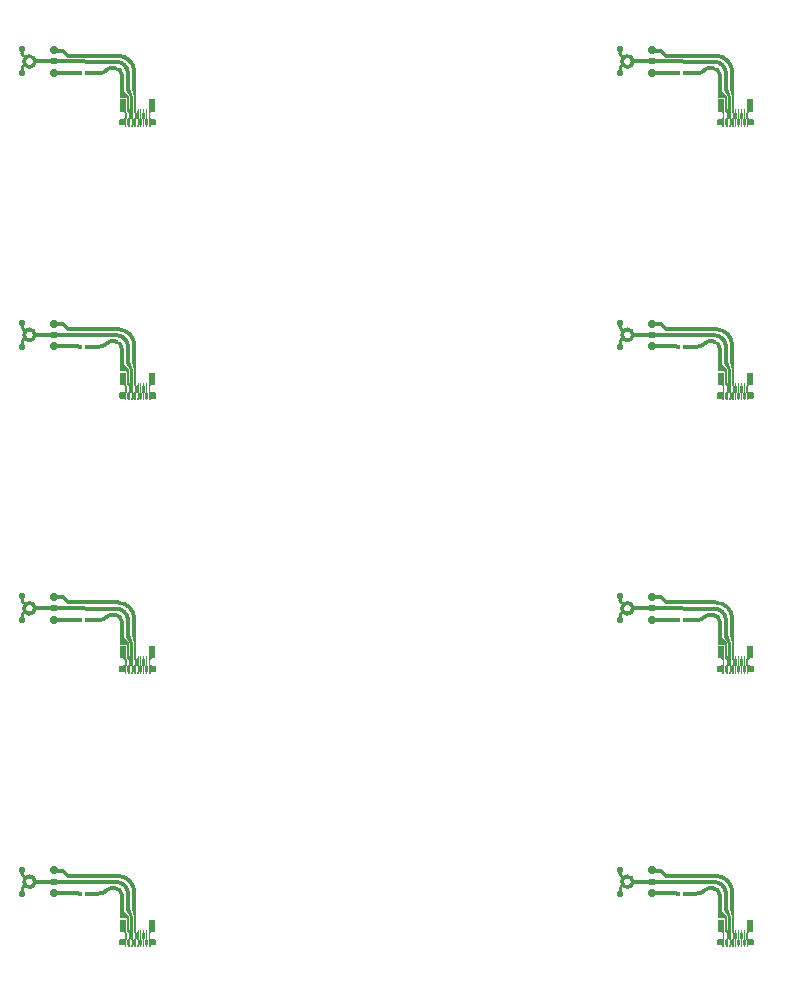
<source format=gtl>
G04*
G04 #@! TF.GenerationSoftware,Altium Limited,Altium Designer,22.6.1 (34)*
G04*
G04 Layer_Physical_Order=1*
G04 Layer_Color=255*
%FSLAX44Y44*%
%MOMM*%
G71*
G04*
G04 #@! TF.SameCoordinates,710D9251-245E-4E71-9F22-FE530993EF8F*
G04*
G04*
G04 #@! TF.FilePolarity,Positive*
G04*
G01*
G75*
%ADD10C,0.3150*%
%ADD11C,0.2540*%
%ADD12C,0.3450*%
%ADD13R,0.1000X0.3300*%
%ADD14R,0.4541X0.3627*%
%ADD15C,0.7200*%
%ADD16C,0.6100*%
%ADD17C,0.5600*%
%ADD18C,0.2000*%
%ADD19C,0.0700*%
%ADD20C,0.1000*%
G36*
X186524Y333081D02*
X186324Y332081D01*
X185724D01*
X185524Y333081D01*
Y333181D01*
X186524D01*
Y333081D01*
D02*
G37*
G36*
X181524D02*
X181324Y332081D01*
X180724D01*
X180524Y333081D01*
Y333181D01*
X181524D01*
Y333081D01*
D02*
G37*
G36*
X177624Y338088D02*
X176974Y337531D01*
Y333433D01*
X176499Y332959D01*
X176324Y332081D01*
X175724D01*
X175564Y332880D01*
X175524Y332914D01*
X175524Y345808D01*
X174184Y352531D01*
X177624Y352531D01*
Y338088D01*
D02*
G37*
G36*
X171524Y345765D02*
Y339031D01*
Y332931D01*
X171492Y332924D01*
X171324Y332081D01*
X170724D01*
X170583Y332784D01*
X169785Y333831D01*
Y339108D01*
X169822D01*
Y343585D01*
X169821Y343584D01*
X169801Y343788D01*
X169645Y344165D01*
X169357Y344454D01*
X168980Y344611D01*
X168776Y344631D01*
X163672Y344631D01*
Y350931D01*
X166983D01*
X171524Y345765D01*
D02*
G37*
G36*
X-319726Y333081D02*
X-319926Y332081D01*
X-320526D01*
X-320726Y333081D01*
Y333181D01*
X-319726D01*
Y333081D01*
D02*
G37*
G36*
X-324726D02*
X-324926Y332081D01*
X-325526D01*
X-325726Y333081D01*
Y333181D01*
X-324726D01*
Y333081D01*
D02*
G37*
G36*
X-328626Y338088D02*
X-329276Y337531D01*
Y333433D01*
X-329751Y332959D01*
X-329926Y332081D01*
X-330526D01*
X-330686Y332880D01*
X-330726Y332914D01*
X-330726Y345808D01*
X-332066Y352531D01*
X-328626Y352531D01*
Y338088D01*
D02*
G37*
G36*
X-334726Y345765D02*
Y339031D01*
Y332931D01*
X-334758Y332924D01*
X-334926Y332081D01*
X-335526D01*
X-335667Y332784D01*
X-336465Y333831D01*
Y339108D01*
X-336428D01*
Y343585D01*
X-336429Y343584D01*
X-336449Y343788D01*
X-336605Y344165D01*
X-336893Y344454D01*
X-337270Y344611D01*
X-337474Y344631D01*
X-342578Y344631D01*
Y350931D01*
X-339267D01*
X-334726Y345765D01*
D02*
G37*
G36*
X184024Y333081D02*
X184924Y332081D01*
Y327581D01*
X183824Y326581D01*
X183224D01*
X182124Y327581D01*
Y332081D01*
X183024Y333081D01*
Y333281D01*
X184024D01*
Y333081D01*
D02*
G37*
G36*
X179024D02*
X179924Y332081D01*
Y327581D01*
X178824Y326581D01*
X178224D01*
X177124Y327581D01*
Y332081D01*
X178024Y333081D01*
Y333281D01*
X179024D01*
Y333081D01*
D02*
G37*
G36*
X174505Y345837D02*
X174510Y345824D01*
X174517Y345798D01*
X174521Y345771D01*
X174524Y345744D01*
X174524Y345731D01*
X174524Y345731D01*
X174524Y342354D01*
X174524Y332525D01*
X174924Y332081D01*
Y327581D01*
X173824Y326581D01*
X173224D01*
X172124Y327581D01*
Y332081D01*
X172524Y332525D01*
Y333051D01*
Y337211D01*
Y345445D01*
X168879Y351431D01*
X168805Y351556D01*
X168728Y351836D01*
X168728Y352126D01*
X168805Y352406D01*
X168878Y352530D01*
X168878Y352530D01*
X172118Y352531D01*
X174505Y345837D01*
D02*
G37*
G36*
X-322226Y333081D02*
X-321326Y332081D01*
Y327581D01*
X-322426Y326581D01*
X-323026D01*
X-324126Y327581D01*
Y332081D01*
X-323226Y333081D01*
Y333281D01*
X-322226D01*
Y333081D01*
D02*
G37*
G36*
X-327226D02*
X-326326Y332081D01*
Y327581D01*
X-327426Y326581D01*
X-328026D01*
X-329126Y327581D01*
Y332081D01*
X-328226Y333081D01*
Y333281D01*
X-327226D01*
Y333081D01*
D02*
G37*
G36*
X-331745Y345837D02*
X-331740Y345824D01*
X-331733Y345798D01*
X-331729Y345771D01*
X-331726Y345744D01*
X-331726Y345731D01*
X-331726Y345731D01*
X-331726Y342354D01*
X-331726Y332525D01*
X-331326Y332081D01*
Y327581D01*
X-332426Y326581D01*
X-333026D01*
X-334126Y327581D01*
Y332081D01*
X-333726Y332525D01*
Y333051D01*
Y337211D01*
Y345445D01*
X-337371Y351431D01*
X-337445Y351556D01*
X-337522Y351836D01*
X-337522Y352126D01*
X-337445Y352406D01*
X-337372Y352530D01*
X-337371Y352530D01*
X-334132Y352531D01*
X-331745Y345837D01*
D02*
G37*
G36*
X193524Y333581D02*
Y333481D01*
X193448Y333298D01*
X193307Y333157D01*
X193123Y333081D01*
X190824D01*
X190434Y333042D01*
X189713Y332744D01*
X189161Y332192D01*
X188862Y331471D01*
X188824Y331081D01*
Y329081D01*
X188862Y328691D01*
X189161Y327970D01*
X189713Y327418D01*
X190434Y327119D01*
X190824Y327081D01*
X193023D01*
X193390Y326929D01*
X193672Y326647D01*
X193824Y326280D01*
Y326081D01*
Y322081D01*
Y321981D01*
X193748Y321798D01*
X193607Y321657D01*
X193423Y321581D01*
X189524D01*
Y320081D01*
X188524D01*
Y326281D01*
X187824Y327281D01*
Y332181D01*
X188524Y333081D01*
Y343381D01*
X193524D01*
Y333581D01*
D02*
G37*
G36*
X187424Y326281D02*
Y321581D01*
X186524D01*
Y320081D01*
X185524D01*
Y321581D01*
X184624D01*
Y326281D01*
X185724Y327281D01*
X186324D01*
X187424Y326281D01*
D02*
G37*
G36*
X184024Y321081D02*
Y320081D01*
X183024D01*
Y321081D01*
X183224Y321681D01*
X183824D01*
X184024Y321081D01*
D02*
G37*
G36*
X182424Y326281D02*
Y321581D01*
X181524D01*
Y320081D01*
X180524D01*
Y321581D01*
X179624D01*
Y326281D01*
X180724Y327281D01*
X181324D01*
X182424Y326281D01*
D02*
G37*
G36*
X179024Y321081D02*
Y320081D01*
X178024D01*
Y321081D01*
X178224Y321681D01*
X178824D01*
X179024Y321081D01*
D02*
G37*
G36*
X177424Y326281D02*
Y321581D01*
X176524D01*
Y320081D01*
X175524D01*
Y321581D01*
X174624D01*
Y326281D01*
X175724Y327281D01*
X176324D01*
X177424Y326281D01*
D02*
G37*
G36*
X174024Y321081D02*
Y320081D01*
X173024D01*
Y321081D01*
X173224Y321681D01*
X173824D01*
X174024Y321081D01*
D02*
G37*
G36*
X172424Y326281D02*
Y321581D01*
X171524D01*
Y320081D01*
X170524D01*
Y321581D01*
X169624D01*
Y326281D01*
X170724Y327281D01*
X171324D01*
X172424Y326281D01*
D02*
G37*
G36*
X168524Y333081D02*
X169224Y332181D01*
Y327281D01*
X168524Y326281D01*
Y320081D01*
X167524D01*
Y321581D01*
X163624D01*
X163441Y321657D01*
X163300Y321798D01*
X163224Y321981D01*
Y322081D01*
Y326081D01*
Y326280D01*
X163376Y326647D01*
X163657Y326929D01*
X164025Y327081D01*
X166224D01*
X166614Y327119D01*
X167335Y327418D01*
X167887Y327970D01*
X168185Y328691D01*
X168224Y329081D01*
Y331081D01*
X168185Y331471D01*
X167887Y332192D01*
X167335Y332744D01*
X166614Y333042D01*
X166224Y333081D01*
X163924D01*
X163741Y333157D01*
X163600Y333298D01*
X163524Y333481D01*
Y333581D01*
Y343381D01*
X168524D01*
Y333081D01*
D02*
G37*
G36*
X-312726Y333581D02*
Y333481D01*
X-312802Y333298D01*
X-312943Y333157D01*
X-313127Y333081D01*
X-315426D01*
X-315816Y333042D01*
X-316537Y332744D01*
X-317089Y332192D01*
X-317388Y331471D01*
X-317426Y331081D01*
Y329081D01*
X-317388Y328691D01*
X-317089Y327970D01*
X-316537Y327418D01*
X-315816Y327119D01*
X-315426Y327081D01*
X-313227D01*
X-312860Y326929D01*
X-312578Y326647D01*
X-312426Y326280D01*
Y326081D01*
Y322081D01*
Y321981D01*
X-312502Y321798D01*
X-312643Y321657D01*
X-312827Y321581D01*
X-316726D01*
Y320081D01*
X-317726D01*
Y326281D01*
X-318426Y327281D01*
Y332181D01*
X-317726Y333081D01*
Y343381D01*
X-312726D01*
Y333581D01*
D02*
G37*
G36*
X-318826Y326281D02*
Y321581D01*
X-319726D01*
Y320081D01*
X-320726D01*
Y321581D01*
X-321626D01*
Y326281D01*
X-320526Y327281D01*
X-319926D01*
X-318826Y326281D01*
D02*
G37*
G36*
X-322226Y321081D02*
Y320081D01*
X-323226D01*
Y321081D01*
X-323026Y321681D01*
X-322426D01*
X-322226Y321081D01*
D02*
G37*
G36*
X-323826Y326281D02*
Y321581D01*
X-324726D01*
Y320081D01*
X-325726D01*
Y321581D01*
X-326626D01*
Y326281D01*
X-325526Y327281D01*
X-324926D01*
X-323826Y326281D01*
D02*
G37*
G36*
X-327226Y321081D02*
Y320081D01*
X-328226D01*
Y321081D01*
X-328026Y321681D01*
X-327426D01*
X-327226Y321081D01*
D02*
G37*
G36*
X-328826Y326281D02*
Y321581D01*
X-329726D01*
Y320081D01*
X-330726D01*
Y321581D01*
X-331626D01*
Y326281D01*
X-330526Y327281D01*
X-329926D01*
X-328826Y326281D01*
D02*
G37*
G36*
X-332226Y321081D02*
Y320081D01*
X-333226D01*
Y321081D01*
X-333026Y321681D01*
X-332426D01*
X-332226Y321081D01*
D02*
G37*
G36*
X-333826Y326281D02*
Y321581D01*
X-334726D01*
Y320081D01*
X-335726D01*
Y321581D01*
X-336626D01*
Y326281D01*
X-335526Y327281D01*
X-334926D01*
X-333826Y326281D01*
D02*
G37*
G36*
X-337726Y333081D02*
X-337026Y332181D01*
Y327281D01*
X-337726Y326281D01*
Y320081D01*
X-338726D01*
Y321581D01*
X-342626D01*
X-342809Y321657D01*
X-342950Y321798D01*
X-343026Y321981D01*
Y322081D01*
Y326081D01*
Y326280D01*
X-342874Y326647D01*
X-342593Y326929D01*
X-342225Y327081D01*
X-340026D01*
X-339636Y327119D01*
X-338915Y327418D01*
X-338363Y327970D01*
X-338065Y328691D01*
X-338026Y329081D01*
Y331081D01*
X-338065Y331471D01*
X-338363Y332192D01*
X-338915Y332744D01*
X-339636Y333042D01*
X-340026Y333081D01*
X-342326D01*
X-342509Y333157D01*
X-342650Y333298D01*
X-342726Y333481D01*
Y333581D01*
Y343381D01*
X-337726D01*
Y333081D01*
D02*
G37*
G36*
X186524Y101581D02*
X186324Y100581D01*
X185724D01*
X185524Y101581D01*
Y101681D01*
X186524D01*
Y101581D01*
D02*
G37*
G36*
X181524D02*
X181324Y100581D01*
X180724D01*
X180524Y101581D01*
Y101681D01*
X181524D01*
Y101581D01*
D02*
G37*
G36*
X177624Y106588D02*
X176974Y106031D01*
Y101933D01*
X176499Y101459D01*
X176324Y100581D01*
X175724D01*
X175564Y101380D01*
X175524Y101413D01*
X175524Y114308D01*
X174184Y121031D01*
X177624Y121031D01*
Y106588D01*
D02*
G37*
G36*
X171524Y114265D02*
Y107531D01*
Y101431D01*
X171492Y101424D01*
X171324Y100581D01*
X170724D01*
X170583Y101284D01*
X169785Y102331D01*
Y107608D01*
X169822D01*
Y112085D01*
X169821Y112084D01*
X169801Y112288D01*
X169645Y112665D01*
X169357Y112954D01*
X168980Y113111D01*
X168776Y113131D01*
X163672Y113131D01*
Y119431D01*
X166983D01*
X171524Y114265D01*
D02*
G37*
G36*
X-319726Y101581D02*
X-319926Y100581D01*
X-320526D01*
X-320726Y101581D01*
Y101681D01*
X-319726D01*
Y101581D01*
D02*
G37*
G36*
X-324726D02*
X-324926Y100581D01*
X-325526D01*
X-325726Y101581D01*
Y101681D01*
X-324726D01*
Y101581D01*
D02*
G37*
G36*
X-328626Y106588D02*
X-329276Y106031D01*
Y101933D01*
X-329751Y101459D01*
X-329926Y100581D01*
X-330526D01*
X-330686Y101380D01*
X-330726Y101413D01*
X-330726Y114308D01*
X-332066Y121031D01*
X-328626Y121031D01*
Y106588D01*
D02*
G37*
G36*
X-334726Y114265D02*
Y107531D01*
Y101431D01*
X-334758Y101424D01*
X-334926Y100581D01*
X-335526D01*
X-335667Y101284D01*
X-336465Y102331D01*
Y107608D01*
X-336428D01*
Y112085D01*
X-336429Y112084D01*
X-336449Y112288D01*
X-336605Y112665D01*
X-336893Y112954D01*
X-337270Y113111D01*
X-337474Y113131D01*
X-342578Y113131D01*
Y119431D01*
X-339267D01*
X-334726Y114265D01*
D02*
G37*
G36*
X184024Y101581D02*
X184924Y100581D01*
Y96081D01*
X183824Y95081D01*
X183224D01*
X182124Y96081D01*
Y100581D01*
X183024Y101581D01*
Y101781D01*
X184024D01*
Y101581D01*
D02*
G37*
G36*
X179024D02*
X179924Y100581D01*
Y96081D01*
X178824Y95081D01*
X178224D01*
X177124Y96081D01*
Y100581D01*
X178024Y101581D01*
Y101781D01*
X179024D01*
Y101581D01*
D02*
G37*
G36*
X174505Y114337D02*
X174510Y114324D01*
X174517Y114298D01*
X174521Y114271D01*
X174524Y114244D01*
X174524Y114231D01*
X174524Y114231D01*
X174524Y110854D01*
X174524Y101025D01*
X174924Y100581D01*
Y96081D01*
X173824Y95081D01*
X173224D01*
X172124Y96081D01*
Y100581D01*
X172524Y101025D01*
Y101551D01*
Y105711D01*
Y113945D01*
X168879Y119931D01*
X168805Y120056D01*
X168728Y120336D01*
X168728Y120626D01*
X168805Y120906D01*
X168878Y121030D01*
X168878Y121030D01*
X172118Y121031D01*
X174505Y114337D01*
D02*
G37*
G36*
X-322226Y101581D02*
X-321326Y100581D01*
Y96081D01*
X-322426Y95081D01*
X-323026D01*
X-324126Y96081D01*
Y100581D01*
X-323226Y101581D01*
Y101781D01*
X-322226D01*
Y101581D01*
D02*
G37*
G36*
X-327226D02*
X-326326Y100581D01*
Y96081D01*
X-327426Y95081D01*
X-328026D01*
X-329126Y96081D01*
Y100581D01*
X-328226Y101581D01*
Y101781D01*
X-327226D01*
Y101581D01*
D02*
G37*
G36*
X-331745Y114337D02*
X-331740Y114324D01*
X-331733Y114298D01*
X-331729Y114271D01*
X-331726Y114244D01*
X-331726Y114231D01*
X-331726Y114231D01*
X-331726Y110854D01*
X-331726Y101025D01*
X-331326Y100581D01*
Y96081D01*
X-332426Y95081D01*
X-333026D01*
X-334126Y96081D01*
Y100581D01*
X-333726Y101025D01*
Y101551D01*
Y105711D01*
Y113945D01*
X-337371Y119931D01*
X-337445Y120056D01*
X-337522Y120336D01*
X-337522Y120626D01*
X-337445Y120906D01*
X-337372Y121030D01*
X-337371Y121030D01*
X-334132Y121031D01*
X-331745Y114337D01*
D02*
G37*
G36*
X193524Y102081D02*
Y101981D01*
X193448Y101798D01*
X193307Y101657D01*
X193123Y101581D01*
X190824D01*
X190434Y101542D01*
X189713Y101244D01*
X189161Y100692D01*
X188862Y99971D01*
X188824Y99581D01*
Y97581D01*
X188862Y97191D01*
X189161Y96470D01*
X189713Y95918D01*
X190434Y95619D01*
X190824Y95581D01*
X193023D01*
X193390Y95429D01*
X193672Y95147D01*
X193824Y94780D01*
Y94581D01*
Y90581D01*
Y90481D01*
X193748Y90298D01*
X193607Y90157D01*
X193423Y90081D01*
X189524D01*
Y88581D01*
X188524D01*
Y94781D01*
X187824Y95781D01*
Y100681D01*
X188524Y101581D01*
Y111881D01*
X193524D01*
Y102081D01*
D02*
G37*
G36*
X187424Y94781D02*
Y90081D01*
X186524D01*
Y88581D01*
X185524D01*
Y90081D01*
X184624D01*
Y94781D01*
X185724Y95781D01*
X186324D01*
X187424Y94781D01*
D02*
G37*
G36*
X184024Y89581D02*
Y88581D01*
X183024D01*
Y89581D01*
X183224Y90181D01*
X183824D01*
X184024Y89581D01*
D02*
G37*
G36*
X182424Y94781D02*
Y90081D01*
X181524D01*
Y88581D01*
X180524D01*
Y90081D01*
X179624D01*
Y94781D01*
X180724Y95781D01*
X181324D01*
X182424Y94781D01*
D02*
G37*
G36*
X179024Y89581D02*
Y88581D01*
X178024D01*
Y89581D01*
X178224Y90181D01*
X178824D01*
X179024Y89581D01*
D02*
G37*
G36*
X177424Y94781D02*
Y90081D01*
X176524D01*
Y88581D01*
X175524D01*
Y90081D01*
X174624D01*
Y94781D01*
X175724Y95781D01*
X176324D01*
X177424Y94781D01*
D02*
G37*
G36*
X174024Y89581D02*
Y88581D01*
X173024D01*
Y89581D01*
X173224Y90181D01*
X173824D01*
X174024Y89581D01*
D02*
G37*
G36*
X172424Y94781D02*
Y90081D01*
X171524D01*
Y88581D01*
X170524D01*
Y90081D01*
X169624D01*
Y94781D01*
X170724Y95781D01*
X171324D01*
X172424Y94781D01*
D02*
G37*
G36*
X168524Y101581D02*
X169224Y100681D01*
Y95781D01*
X168524Y94781D01*
Y88581D01*
X167524D01*
Y90081D01*
X163624D01*
X163441Y90157D01*
X163300Y90298D01*
X163224Y90481D01*
Y90581D01*
Y94581D01*
Y94780D01*
X163376Y95147D01*
X163657Y95429D01*
X164025Y95581D01*
X166224D01*
X166614Y95619D01*
X167335Y95918D01*
X167887Y96470D01*
X168185Y97191D01*
X168224Y97581D01*
Y99581D01*
X168185Y99971D01*
X167887Y100692D01*
X167335Y101244D01*
X166614Y101542D01*
X166224Y101581D01*
X163924D01*
X163741Y101657D01*
X163600Y101798D01*
X163524Y101981D01*
Y102081D01*
Y111881D01*
X168524D01*
Y101581D01*
D02*
G37*
G36*
X-312726Y102081D02*
Y101981D01*
X-312802Y101798D01*
X-312943Y101657D01*
X-313127Y101581D01*
X-315426D01*
X-315816Y101542D01*
X-316537Y101244D01*
X-317089Y100692D01*
X-317388Y99971D01*
X-317426Y99581D01*
Y97581D01*
X-317388Y97191D01*
X-317089Y96470D01*
X-316537Y95918D01*
X-315816Y95619D01*
X-315426Y95581D01*
X-313227D01*
X-312860Y95429D01*
X-312578Y95147D01*
X-312426Y94780D01*
Y94581D01*
Y90581D01*
Y90481D01*
X-312502Y90298D01*
X-312643Y90157D01*
X-312827Y90081D01*
X-316726D01*
Y88581D01*
X-317726D01*
Y94781D01*
X-318426Y95781D01*
Y100681D01*
X-317726Y101581D01*
Y111881D01*
X-312726D01*
Y102081D01*
D02*
G37*
G36*
X-318826Y94781D02*
Y90081D01*
X-319726D01*
Y88581D01*
X-320726D01*
Y90081D01*
X-321626D01*
Y94781D01*
X-320526Y95781D01*
X-319926D01*
X-318826Y94781D01*
D02*
G37*
G36*
X-322226Y89581D02*
Y88581D01*
X-323226D01*
Y89581D01*
X-323026Y90181D01*
X-322426D01*
X-322226Y89581D01*
D02*
G37*
G36*
X-323826Y94781D02*
Y90081D01*
X-324726D01*
Y88581D01*
X-325726D01*
Y90081D01*
X-326626D01*
Y94781D01*
X-325526Y95781D01*
X-324926D01*
X-323826Y94781D01*
D02*
G37*
G36*
X-327226Y89581D02*
Y88581D01*
X-328226D01*
Y89581D01*
X-328026Y90181D01*
X-327426D01*
X-327226Y89581D01*
D02*
G37*
G36*
X-328826Y94781D02*
Y90081D01*
X-329726D01*
Y88581D01*
X-330726D01*
Y90081D01*
X-331626D01*
Y94781D01*
X-330526Y95781D01*
X-329926D01*
X-328826Y94781D01*
D02*
G37*
G36*
X-332226Y89581D02*
Y88581D01*
X-333226D01*
Y89581D01*
X-333026Y90181D01*
X-332426D01*
X-332226Y89581D01*
D02*
G37*
G36*
X-333826Y94781D02*
Y90081D01*
X-334726D01*
Y88581D01*
X-335726D01*
Y90081D01*
X-336626D01*
Y94781D01*
X-335526Y95781D01*
X-334926D01*
X-333826Y94781D01*
D02*
G37*
G36*
X-337726Y101581D02*
X-337026Y100681D01*
Y95781D01*
X-337726Y94781D01*
Y88581D01*
X-338726D01*
Y90081D01*
X-342626D01*
X-342809Y90157D01*
X-342950Y90298D01*
X-343026Y90481D01*
Y90581D01*
Y94581D01*
Y94780D01*
X-342874Y95147D01*
X-342593Y95429D01*
X-342225Y95581D01*
X-340026D01*
X-339636Y95619D01*
X-338915Y95918D01*
X-338363Y96470D01*
X-338065Y97191D01*
X-338026Y97581D01*
Y99581D01*
X-338065Y99971D01*
X-338363Y100692D01*
X-338915Y101244D01*
X-339636Y101542D01*
X-340026Y101581D01*
X-342326D01*
X-342509Y101657D01*
X-342650Y101798D01*
X-342726Y101981D01*
Y102081D01*
Y111881D01*
X-337726D01*
Y101581D01*
D02*
G37*
G36*
X186524Y-129919D02*
X186324Y-130919D01*
X185724D01*
X185524Y-129919D01*
Y-129819D01*
X186524D01*
Y-129919D01*
D02*
G37*
G36*
X181524D02*
X181324Y-130919D01*
X180724D01*
X180524Y-129919D01*
Y-129819D01*
X181524D01*
Y-129919D01*
D02*
G37*
G36*
X177624Y-124912D02*
X176974Y-125469D01*
Y-129567D01*
X176499Y-130041D01*
X176324Y-130919D01*
X175724D01*
X175564Y-130120D01*
X175524Y-130086D01*
X175524Y-117192D01*
X174184Y-110469D01*
X177624Y-110469D01*
Y-124912D01*
D02*
G37*
G36*
X171524Y-117235D02*
Y-123969D01*
Y-130069D01*
X171492Y-130076D01*
X171324Y-130919D01*
X170724D01*
X170583Y-130216D01*
X169785Y-129169D01*
Y-123892D01*
X169822D01*
Y-119415D01*
X169821Y-119416D01*
X169801Y-119212D01*
X169645Y-118835D01*
X169357Y-118546D01*
X168980Y-118389D01*
X168776Y-118369D01*
X163672Y-118369D01*
Y-112069D01*
X166983D01*
X171524Y-117235D01*
D02*
G37*
G36*
X-319726Y-129919D02*
X-319926Y-130919D01*
X-320526D01*
X-320726Y-129919D01*
Y-129819D01*
X-319726D01*
Y-129919D01*
D02*
G37*
G36*
X-324726D02*
X-324926Y-130919D01*
X-325526D01*
X-325726Y-129919D01*
Y-129819D01*
X-324726D01*
Y-129919D01*
D02*
G37*
G36*
X-328626Y-124912D02*
X-329276Y-125469D01*
Y-129567D01*
X-329751Y-130041D01*
X-329926Y-130919D01*
X-330526D01*
X-330686Y-130120D01*
X-330726Y-130086D01*
X-330726Y-117192D01*
X-332066Y-110469D01*
X-328626Y-110469D01*
Y-124912D01*
D02*
G37*
G36*
X-334726Y-117235D02*
Y-123969D01*
Y-130069D01*
X-334758Y-130076D01*
X-334926Y-130919D01*
X-335526D01*
X-335667Y-130216D01*
X-336465Y-129169D01*
Y-123892D01*
X-336428D01*
Y-119415D01*
X-336429Y-119416D01*
X-336449Y-119212D01*
X-336605Y-118835D01*
X-336893Y-118546D01*
X-337270Y-118389D01*
X-337474Y-118369D01*
X-342578Y-118369D01*
Y-112069D01*
X-339267D01*
X-334726Y-117235D01*
D02*
G37*
G36*
X184024Y-129919D02*
X184924Y-130919D01*
Y-135419D01*
X183824Y-136419D01*
X183224D01*
X182124Y-135419D01*
Y-130919D01*
X183024Y-129919D01*
Y-129719D01*
X184024D01*
Y-129919D01*
D02*
G37*
G36*
X179024D02*
X179924Y-130919D01*
Y-135419D01*
X178824Y-136419D01*
X178224D01*
X177124Y-135419D01*
Y-130919D01*
X178024Y-129919D01*
Y-129719D01*
X179024D01*
Y-129919D01*
D02*
G37*
G36*
X174505Y-117163D02*
X174510Y-117176D01*
X174517Y-117202D01*
X174521Y-117229D01*
X174524Y-117256D01*
X174524Y-117269D01*
X174524Y-117269D01*
X174524Y-120646D01*
X174524Y-130475D01*
X174924Y-130919D01*
Y-135419D01*
X173824Y-136419D01*
X173224D01*
X172124Y-135419D01*
Y-130919D01*
X172524Y-130475D01*
Y-129949D01*
Y-125789D01*
Y-117555D01*
X168879Y-111569D01*
X168805Y-111444D01*
X168728Y-111165D01*
X168728Y-110874D01*
X168805Y-110595D01*
X168878Y-110470D01*
X168878Y-110470D01*
X172118Y-110469D01*
X174505Y-117163D01*
D02*
G37*
G36*
X-322226Y-129919D02*
X-321326Y-130919D01*
Y-135419D01*
X-322426Y-136419D01*
X-323026D01*
X-324126Y-135419D01*
Y-130919D01*
X-323226Y-129919D01*
Y-129719D01*
X-322226D01*
Y-129919D01*
D02*
G37*
G36*
X-327226D02*
X-326326Y-130919D01*
Y-135419D01*
X-327426Y-136419D01*
X-328026D01*
X-329126Y-135419D01*
Y-130919D01*
X-328226Y-129919D01*
Y-129719D01*
X-327226D01*
Y-129919D01*
D02*
G37*
G36*
X-331745Y-117163D02*
X-331740Y-117176D01*
X-331733Y-117202D01*
X-331729Y-117229D01*
X-331726Y-117256D01*
X-331726Y-117269D01*
X-331726Y-117269D01*
X-331726Y-120646D01*
X-331726Y-130475D01*
X-331326Y-130919D01*
Y-135419D01*
X-332426Y-136419D01*
X-333026D01*
X-334126Y-135419D01*
Y-130919D01*
X-333726Y-130475D01*
Y-129949D01*
Y-125789D01*
Y-117555D01*
X-337371Y-111569D01*
X-337445Y-111444D01*
X-337522Y-111165D01*
X-337522Y-110874D01*
X-337445Y-110595D01*
X-337372Y-110470D01*
X-337371Y-110470D01*
X-334132Y-110469D01*
X-331745Y-117163D01*
D02*
G37*
G36*
X193524Y-129419D02*
Y-129519D01*
X193448Y-129702D01*
X193307Y-129843D01*
X193123Y-129919D01*
X190824D01*
X190434Y-129958D01*
X189713Y-130256D01*
X189161Y-130808D01*
X188862Y-131529D01*
X188824Y-131919D01*
Y-133919D01*
X188862Y-134309D01*
X189161Y-135030D01*
X189713Y-135582D01*
X190434Y-135881D01*
X190824Y-135919D01*
X193023D01*
X193390Y-136071D01*
X193672Y-136353D01*
X193824Y-136720D01*
Y-136919D01*
Y-140919D01*
Y-141019D01*
X193748Y-141202D01*
X193607Y-141343D01*
X193423Y-141419D01*
X189524D01*
Y-142919D01*
X188524D01*
Y-136719D01*
X187824Y-135719D01*
Y-130819D01*
X188524Y-129919D01*
Y-119619D01*
X193524D01*
Y-129419D01*
D02*
G37*
G36*
X187424Y-136719D02*
Y-141419D01*
X186524D01*
Y-142919D01*
X185524D01*
Y-141419D01*
X184624D01*
Y-136719D01*
X185724Y-135719D01*
X186324D01*
X187424Y-136719D01*
D02*
G37*
G36*
X184024Y-141919D02*
Y-142919D01*
X183024D01*
Y-141919D01*
X183224Y-141319D01*
X183824D01*
X184024Y-141919D01*
D02*
G37*
G36*
X182424Y-136719D02*
Y-141419D01*
X181524D01*
Y-142919D01*
X180524D01*
Y-141419D01*
X179624D01*
Y-136719D01*
X180724Y-135719D01*
X181324D01*
X182424Y-136719D01*
D02*
G37*
G36*
X179024Y-141919D02*
Y-142919D01*
X178024D01*
Y-141919D01*
X178224Y-141319D01*
X178824D01*
X179024Y-141919D01*
D02*
G37*
G36*
X177424Y-136719D02*
Y-141419D01*
X176524D01*
Y-142919D01*
X175524D01*
Y-141419D01*
X174624D01*
Y-136719D01*
X175724Y-135719D01*
X176324D01*
X177424Y-136719D01*
D02*
G37*
G36*
X174024Y-141919D02*
Y-142919D01*
X173024D01*
Y-141919D01*
X173224Y-141319D01*
X173824D01*
X174024Y-141919D01*
D02*
G37*
G36*
X172424Y-136719D02*
Y-141419D01*
X171524D01*
Y-142919D01*
X170524D01*
Y-141419D01*
X169624D01*
Y-136719D01*
X170724Y-135719D01*
X171324D01*
X172424Y-136719D01*
D02*
G37*
G36*
X168524Y-129919D02*
X169224Y-130819D01*
Y-135719D01*
X168524Y-136719D01*
Y-142919D01*
X167524D01*
Y-141419D01*
X163624D01*
X163441Y-141343D01*
X163300Y-141202D01*
X163224Y-141019D01*
Y-140919D01*
Y-136919D01*
Y-136720D01*
X163376Y-136353D01*
X163657Y-136071D01*
X164025Y-135919D01*
X166224D01*
X166614Y-135881D01*
X167335Y-135582D01*
X167887Y-135030D01*
X168185Y-134309D01*
X168224Y-133919D01*
Y-131919D01*
X168185Y-131529D01*
X167887Y-130808D01*
X167335Y-130256D01*
X166614Y-129958D01*
X166224Y-129919D01*
X163924D01*
X163741Y-129843D01*
X163600Y-129702D01*
X163524Y-129519D01*
Y-129419D01*
Y-119619D01*
X168524D01*
Y-129919D01*
D02*
G37*
G36*
X-312726Y-129419D02*
Y-129519D01*
X-312802Y-129702D01*
X-312943Y-129843D01*
X-313127Y-129919D01*
X-315426D01*
X-315816Y-129958D01*
X-316537Y-130256D01*
X-317089Y-130808D01*
X-317388Y-131529D01*
X-317426Y-131919D01*
Y-133919D01*
X-317388Y-134309D01*
X-317089Y-135030D01*
X-316537Y-135582D01*
X-315816Y-135881D01*
X-315426Y-135919D01*
X-313227D01*
X-312860Y-136071D01*
X-312578Y-136353D01*
X-312426Y-136720D01*
Y-136919D01*
Y-140919D01*
Y-141019D01*
X-312502Y-141202D01*
X-312643Y-141343D01*
X-312827Y-141419D01*
X-316726D01*
Y-142919D01*
X-317726D01*
Y-136719D01*
X-318426Y-135719D01*
Y-130819D01*
X-317726Y-129919D01*
Y-119619D01*
X-312726D01*
Y-129419D01*
D02*
G37*
G36*
X-318826Y-136719D02*
Y-141419D01*
X-319726D01*
Y-142919D01*
X-320726D01*
Y-141419D01*
X-321626D01*
Y-136719D01*
X-320526Y-135719D01*
X-319926D01*
X-318826Y-136719D01*
D02*
G37*
G36*
X-322226Y-141919D02*
Y-142919D01*
X-323226D01*
Y-141919D01*
X-323026Y-141319D01*
X-322426D01*
X-322226Y-141919D01*
D02*
G37*
G36*
X-323826Y-136719D02*
Y-141419D01*
X-324726D01*
Y-142919D01*
X-325726D01*
Y-141419D01*
X-326626D01*
Y-136719D01*
X-325526Y-135719D01*
X-324926D01*
X-323826Y-136719D01*
D02*
G37*
G36*
X-327226Y-141919D02*
Y-142919D01*
X-328226D01*
Y-141919D01*
X-328026Y-141319D01*
X-327426D01*
X-327226Y-141919D01*
D02*
G37*
G36*
X-328826Y-136719D02*
Y-141419D01*
X-329726D01*
Y-142919D01*
X-330726D01*
Y-141419D01*
X-331626D01*
Y-136719D01*
X-330526Y-135719D01*
X-329926D01*
X-328826Y-136719D01*
D02*
G37*
G36*
X-332226Y-141919D02*
Y-142919D01*
X-333226D01*
Y-141919D01*
X-333026Y-141319D01*
X-332426D01*
X-332226Y-141919D01*
D02*
G37*
G36*
X-333826Y-136719D02*
Y-141419D01*
X-334726D01*
Y-142919D01*
X-335726D01*
Y-141419D01*
X-336626D01*
Y-136719D01*
X-335526Y-135719D01*
X-334926D01*
X-333826Y-136719D01*
D02*
G37*
G36*
X-337726Y-129919D02*
X-337026Y-130819D01*
Y-135719D01*
X-337726Y-136719D01*
Y-142919D01*
X-338726D01*
Y-141419D01*
X-342626D01*
X-342809Y-141343D01*
X-342950Y-141202D01*
X-343026Y-141019D01*
Y-140919D01*
Y-136919D01*
Y-136720D01*
X-342874Y-136353D01*
X-342593Y-136071D01*
X-342225Y-135919D01*
X-340026D01*
X-339636Y-135881D01*
X-338915Y-135582D01*
X-338363Y-135030D01*
X-338065Y-134309D01*
X-338026Y-133919D01*
Y-131919D01*
X-338065Y-131529D01*
X-338363Y-130808D01*
X-338915Y-130256D01*
X-339636Y-129958D01*
X-340026Y-129919D01*
X-342326D01*
X-342509Y-129843D01*
X-342650Y-129702D01*
X-342726Y-129519D01*
Y-129419D01*
Y-119619D01*
X-337726D01*
Y-129919D01*
D02*
G37*
G36*
X186524Y-361419D02*
X186324Y-362419D01*
X185724D01*
X185524Y-361419D01*
Y-361319D01*
X186524D01*
Y-361419D01*
D02*
G37*
G36*
X181524D02*
X181324Y-362419D01*
X180724D01*
X180524Y-361419D01*
Y-361319D01*
X181524D01*
Y-361419D01*
D02*
G37*
G36*
X177624Y-356412D02*
X176974Y-356969D01*
Y-361067D01*
X176499Y-361541D01*
X176324Y-362419D01*
X175724D01*
X175564Y-361620D01*
X175524Y-361586D01*
X175524Y-348692D01*
X174184Y-341969D01*
X177624Y-341969D01*
Y-356412D01*
D02*
G37*
G36*
X171524Y-348735D02*
Y-355469D01*
Y-361569D01*
X171492Y-361576D01*
X171324Y-362419D01*
X170724D01*
X170583Y-361716D01*
X169785Y-360669D01*
Y-355392D01*
X169822D01*
Y-350915D01*
X169821Y-350916D01*
X169801Y-350712D01*
X169645Y-350335D01*
X169357Y-350046D01*
X168980Y-349889D01*
X168776Y-349869D01*
X163672Y-349869D01*
Y-343569D01*
X166983D01*
X171524Y-348735D01*
D02*
G37*
G36*
X-319726Y-361419D02*
X-319926Y-362419D01*
X-320526D01*
X-320726Y-361419D01*
Y-361319D01*
X-319726D01*
Y-361419D01*
D02*
G37*
G36*
X-324726D02*
X-324926Y-362419D01*
X-325526D01*
X-325726Y-361419D01*
Y-361319D01*
X-324726D01*
Y-361419D01*
D02*
G37*
G36*
X-328626Y-356412D02*
X-329276Y-356969D01*
Y-361067D01*
X-329751Y-361541D01*
X-329926Y-362419D01*
X-330526D01*
X-330686Y-361620D01*
X-330726Y-361586D01*
X-330726Y-348692D01*
X-332066Y-341969D01*
X-328626Y-341969D01*
Y-356412D01*
D02*
G37*
G36*
X-334726Y-348735D02*
Y-355469D01*
Y-361569D01*
X-334758Y-361576D01*
X-334926Y-362419D01*
X-335526D01*
X-335667Y-361716D01*
X-336465Y-360669D01*
Y-355392D01*
X-336428D01*
Y-350915D01*
X-336429Y-350916D01*
X-336449Y-350712D01*
X-336605Y-350335D01*
X-336893Y-350046D01*
X-337270Y-349889D01*
X-337474Y-349869D01*
X-342578Y-349869D01*
Y-343569D01*
X-339267D01*
X-334726Y-348735D01*
D02*
G37*
G36*
X184024Y-361419D02*
X184924Y-362419D01*
Y-366919D01*
X183824Y-367919D01*
X183224D01*
X182124Y-366919D01*
Y-362419D01*
X183024Y-361419D01*
Y-361219D01*
X184024D01*
Y-361419D01*
D02*
G37*
G36*
X179024D02*
X179924Y-362419D01*
Y-366919D01*
X178824Y-367919D01*
X178224D01*
X177124Y-366919D01*
Y-362419D01*
X178024Y-361419D01*
Y-361219D01*
X179024D01*
Y-361419D01*
D02*
G37*
G36*
X174505Y-348663D02*
X174510Y-348676D01*
X174517Y-348702D01*
X174521Y-348729D01*
X174524Y-348756D01*
X174524Y-348769D01*
X174524Y-348769D01*
X174524Y-352146D01*
X174524Y-361975D01*
X174924Y-362419D01*
Y-366919D01*
X173824Y-367919D01*
X173224D01*
X172124Y-366919D01*
Y-362419D01*
X172524Y-361975D01*
Y-361449D01*
Y-357289D01*
Y-349055D01*
X168879Y-343069D01*
X168805Y-342944D01*
X168728Y-342664D01*
X168728Y-342374D01*
X168805Y-342094D01*
X168878Y-341970D01*
X168878Y-341970D01*
X172118Y-341969D01*
X174505Y-348663D01*
D02*
G37*
G36*
X-322226Y-361419D02*
X-321326Y-362419D01*
Y-366919D01*
X-322426Y-367919D01*
X-323026D01*
X-324126Y-366919D01*
Y-362419D01*
X-323226Y-361419D01*
Y-361219D01*
X-322226D01*
Y-361419D01*
D02*
G37*
G36*
X-327226D02*
X-326326Y-362419D01*
Y-366919D01*
X-327426Y-367919D01*
X-328026D01*
X-329126Y-366919D01*
Y-362419D01*
X-328226Y-361419D01*
Y-361219D01*
X-327226D01*
Y-361419D01*
D02*
G37*
G36*
X-331745Y-348663D02*
X-331740Y-348676D01*
X-331733Y-348702D01*
X-331729Y-348729D01*
X-331726Y-348756D01*
X-331726Y-348769D01*
X-331726Y-348769D01*
X-331726Y-352146D01*
X-331726Y-361975D01*
X-331326Y-362419D01*
Y-366919D01*
X-332426Y-367919D01*
X-333026D01*
X-334126Y-366919D01*
Y-362419D01*
X-333726Y-361975D01*
Y-361449D01*
Y-357289D01*
Y-349055D01*
X-337371Y-343069D01*
X-337445Y-342944D01*
X-337522Y-342664D01*
X-337522Y-342374D01*
X-337445Y-342094D01*
X-337372Y-341970D01*
X-337371Y-341970D01*
X-334132Y-341969D01*
X-331745Y-348663D01*
D02*
G37*
G36*
X193524Y-360919D02*
Y-361019D01*
X193448Y-361202D01*
X193307Y-361343D01*
X193123Y-361419D01*
X190824D01*
X190434Y-361458D01*
X189713Y-361756D01*
X189161Y-362308D01*
X188862Y-363029D01*
X188824Y-363419D01*
Y-365419D01*
X188862Y-365809D01*
X189161Y-366530D01*
X189713Y-367082D01*
X190434Y-367381D01*
X190824Y-367419D01*
X193023D01*
X193390Y-367571D01*
X193672Y-367853D01*
X193824Y-368220D01*
Y-368419D01*
Y-372419D01*
Y-372519D01*
X193748Y-372702D01*
X193607Y-372843D01*
X193423Y-372919D01*
X189524D01*
Y-374419D01*
X188524D01*
Y-368219D01*
X187824Y-367219D01*
Y-362319D01*
X188524Y-361419D01*
Y-351119D01*
X193524D01*
Y-360919D01*
D02*
G37*
G36*
X187424Y-368219D02*
Y-372919D01*
X186524D01*
Y-374419D01*
X185524D01*
Y-372919D01*
X184624D01*
Y-368219D01*
X185724Y-367219D01*
X186324D01*
X187424Y-368219D01*
D02*
G37*
G36*
X184024Y-373419D02*
Y-374419D01*
X183024D01*
Y-373419D01*
X183224Y-372819D01*
X183824D01*
X184024Y-373419D01*
D02*
G37*
G36*
X182424Y-368219D02*
Y-372919D01*
X181524D01*
Y-374419D01*
X180524D01*
Y-372919D01*
X179624D01*
Y-368219D01*
X180724Y-367219D01*
X181324D01*
X182424Y-368219D01*
D02*
G37*
G36*
X179024Y-373419D02*
Y-374419D01*
X178024D01*
Y-373419D01*
X178224Y-372819D01*
X178824D01*
X179024Y-373419D01*
D02*
G37*
G36*
X177424Y-368219D02*
Y-372919D01*
X176524D01*
Y-374419D01*
X175524D01*
Y-372919D01*
X174624D01*
Y-368219D01*
X175724Y-367219D01*
X176324D01*
X177424Y-368219D01*
D02*
G37*
G36*
X174024Y-373419D02*
Y-374419D01*
X173024D01*
Y-373419D01*
X173224Y-372819D01*
X173824D01*
X174024Y-373419D01*
D02*
G37*
G36*
X172424Y-368219D02*
Y-372919D01*
X171524D01*
Y-374419D01*
X170524D01*
Y-372919D01*
X169624D01*
Y-368219D01*
X170724Y-367219D01*
X171324D01*
X172424Y-368219D01*
D02*
G37*
G36*
X168524Y-361419D02*
X169224Y-362319D01*
Y-367219D01*
X168524Y-368219D01*
Y-374419D01*
X167524D01*
Y-372919D01*
X163624D01*
X163441Y-372843D01*
X163300Y-372702D01*
X163224Y-372519D01*
Y-372419D01*
Y-368419D01*
Y-368220D01*
X163376Y-367853D01*
X163657Y-367571D01*
X164025Y-367419D01*
X166224D01*
X166614Y-367381D01*
X167335Y-367082D01*
X167887Y-366530D01*
X168185Y-365809D01*
X168224Y-365419D01*
Y-363419D01*
X168185Y-363029D01*
X167887Y-362308D01*
X167335Y-361756D01*
X166614Y-361458D01*
X166224Y-361419D01*
X163924D01*
X163741Y-361343D01*
X163600Y-361202D01*
X163524Y-361019D01*
Y-360919D01*
Y-351119D01*
X168524D01*
Y-361419D01*
D02*
G37*
G36*
X-312726Y-360919D02*
Y-361019D01*
X-312802Y-361202D01*
X-312943Y-361343D01*
X-313127Y-361419D01*
X-315426D01*
X-315816Y-361458D01*
X-316537Y-361756D01*
X-317089Y-362308D01*
X-317388Y-363029D01*
X-317426Y-363419D01*
Y-365419D01*
X-317388Y-365809D01*
X-317089Y-366530D01*
X-316537Y-367082D01*
X-315816Y-367381D01*
X-315426Y-367419D01*
X-313227D01*
X-312860Y-367571D01*
X-312578Y-367853D01*
X-312426Y-368220D01*
Y-368419D01*
Y-372419D01*
Y-372519D01*
X-312502Y-372702D01*
X-312643Y-372843D01*
X-312827Y-372919D01*
X-316726D01*
Y-374419D01*
X-317726D01*
Y-368219D01*
X-318426Y-367219D01*
Y-362319D01*
X-317726Y-361419D01*
Y-351119D01*
X-312726D01*
Y-360919D01*
D02*
G37*
G36*
X-318826Y-368219D02*
Y-372919D01*
X-319726D01*
Y-374419D01*
X-320726D01*
Y-372919D01*
X-321626D01*
Y-368219D01*
X-320526Y-367219D01*
X-319926D01*
X-318826Y-368219D01*
D02*
G37*
G36*
X-322226Y-373419D02*
Y-374419D01*
X-323226D01*
Y-373419D01*
X-323026Y-372819D01*
X-322426D01*
X-322226Y-373419D01*
D02*
G37*
G36*
X-323826Y-368219D02*
Y-372919D01*
X-324726D01*
Y-374419D01*
X-325726D01*
Y-372919D01*
X-326626D01*
Y-368219D01*
X-325526Y-367219D01*
X-324926D01*
X-323826Y-368219D01*
D02*
G37*
G36*
X-327226Y-373419D02*
Y-374419D01*
X-328226D01*
Y-373419D01*
X-328026Y-372819D01*
X-327426D01*
X-327226Y-373419D01*
D02*
G37*
G36*
X-328826Y-368219D02*
Y-372919D01*
X-329726D01*
Y-374419D01*
X-330726D01*
Y-372919D01*
X-331626D01*
Y-368219D01*
X-330526Y-367219D01*
X-329926D01*
X-328826Y-368219D01*
D02*
G37*
G36*
X-332226Y-373419D02*
Y-374419D01*
X-333226D01*
Y-373419D01*
X-333026Y-372819D01*
X-332426D01*
X-332226Y-373419D01*
D02*
G37*
G36*
X-333826Y-368219D02*
Y-372919D01*
X-334726D01*
Y-374419D01*
X-335726D01*
Y-372919D01*
X-336626D01*
Y-368219D01*
X-335526Y-367219D01*
X-334926D01*
X-333826Y-368219D01*
D02*
G37*
G36*
X-337726Y-361419D02*
X-337026Y-362319D01*
Y-367219D01*
X-337726Y-368219D01*
Y-374419D01*
X-338726D01*
Y-372919D01*
X-342626D01*
X-342809Y-372843D01*
X-342950Y-372702D01*
X-343026Y-372519D01*
Y-372419D01*
Y-368419D01*
Y-368220D01*
X-342874Y-367853D01*
X-342593Y-367571D01*
X-342225Y-367419D01*
X-340026D01*
X-339636Y-367381D01*
X-338915Y-367082D01*
X-338363Y-366530D01*
X-338065Y-365809D01*
X-338026Y-365419D01*
Y-363419D01*
X-338065Y-363029D01*
X-338363Y-362308D01*
X-338915Y-361756D01*
X-339636Y-361458D01*
X-340026Y-361419D01*
X-342326D01*
X-342509Y-361343D01*
X-342650Y-361202D01*
X-342726Y-361019D01*
Y-360919D01*
Y-351119D01*
X-337726D01*
Y-361419D01*
D02*
G37*
D10*
X-414601Y-318969D02*
G03*
X-414601Y-318969I-4625J0D01*
G01*
X91649D02*
G03*
X91649Y-318969I-4625J0D01*
G01*
X-414601Y-87469D02*
G03*
X-414601Y-87469I-4625J0D01*
G01*
X91649D02*
G03*
X91649Y-87469I-4625J0D01*
G01*
X-414601Y144031D02*
G03*
X-414601Y144031I-4625J0D01*
G01*
X91649D02*
G03*
X91649Y144031I-4625J0D01*
G01*
X-414601Y375531D02*
G03*
X-414601Y375531I-4625J0D01*
G01*
X91649D02*
G03*
X91649Y375531I-4625J0D01*
G01*
D11*
X-414326Y-318969D02*
G03*
X-414526Y-319169I0J-200D01*
G01*
X-422626Y-322269D02*
G03*
X-425526Y-325168I0J-2899D01*
G01*
X-425626Y-312069D02*
G03*
X-422726Y-314969I2900J0D01*
G01*
X-341084Y-345689D02*
G03*
X-340922Y-344827I-2378J892D01*
G01*
X-425526Y-329119D02*
Y-325168D01*
X-425626Y-312069D02*
Y-308819D01*
X-425526D01*
X-340922Y-344827D02*
X-340922Y-344821D01*
X-376707Y-328762D02*
X-376626Y-328769D01*
X-377727Y-328670D02*
X-376707Y-328762D01*
X-376876Y-328819D02*
X-376726Y-328969D01*
X-398126Y-328670D02*
X-397976Y-328819D01*
X91924Y-318969D02*
G03*
X91724Y-319169I0J-200D01*
G01*
X83624Y-322269D02*
G03*
X80724Y-325168I0J-2899D01*
G01*
X80624Y-312069D02*
G03*
X83524Y-314969I2900J0D01*
G01*
X165166Y-345689D02*
G03*
X165328Y-344827I-2378J892D01*
G01*
X80724Y-329119D02*
Y-325168D01*
X80624Y-312069D02*
Y-308819D01*
X80724D01*
X165328Y-344827D02*
X165328Y-344821D01*
X129543Y-328762D02*
X129624Y-328769D01*
X128523Y-328670D02*
X129543Y-328762D01*
X129374Y-328819D02*
X129524Y-328969D01*
X108124Y-328670D02*
X108274Y-328819D01*
X-414326Y-87469D02*
G03*
X-414526Y-87669I0J-200D01*
G01*
X-422626Y-90769D02*
G03*
X-425526Y-93668I0J-2899D01*
G01*
X-425626Y-80569D02*
G03*
X-422726Y-83469I2900J0D01*
G01*
X-341084Y-114189D02*
G03*
X-340922Y-113327I-2378J892D01*
G01*
X-425526Y-97619D02*
Y-93668D01*
X-425626Y-80569D02*
Y-77319D01*
X-425526D01*
X-340922Y-113327D02*
X-340922Y-113321D01*
X-376707Y-97262D02*
X-376626Y-97269D01*
X-377727Y-97170D02*
X-376707Y-97262D01*
X-376876Y-97319D02*
X-376726Y-97469D01*
X-398126Y-97170D02*
X-397976Y-97319D01*
X91924Y-87469D02*
G03*
X91724Y-87669I0J-200D01*
G01*
X83624Y-90769D02*
G03*
X80724Y-93668I0J-2899D01*
G01*
X80624Y-80569D02*
G03*
X83524Y-83469I2900J0D01*
G01*
X165166Y-114189D02*
G03*
X165328Y-113327I-2378J892D01*
G01*
X80724Y-97619D02*
Y-93668D01*
X80624Y-80569D02*
Y-77319D01*
X80724D01*
X165328Y-113327D02*
X165328Y-113321D01*
X129543Y-97262D02*
X129624Y-97269D01*
X128523Y-97170D02*
X129543Y-97262D01*
X129374Y-97319D02*
X129524Y-97469D01*
X108124Y-97170D02*
X108274Y-97319D01*
X-414326Y144031D02*
G03*
X-414526Y143831I0J-200D01*
G01*
X-422626Y140731D02*
G03*
X-425526Y137831I0J-2899D01*
G01*
X-425626Y150931D02*
G03*
X-422726Y148031I2900J0D01*
G01*
X-341084Y117311D02*
G03*
X-340922Y118173I-2378J892D01*
G01*
X-425526Y133881D02*
Y137831D01*
X-425626Y150931D02*
Y154181D01*
X-425526D01*
X-340922Y118173D02*
X-340922Y118179D01*
X-376707Y134238D02*
X-376626Y134231D01*
X-377727Y134330D02*
X-376707Y134238D01*
X-376876Y134181D02*
X-376726Y134031D01*
X-398126Y134330D02*
X-397976Y134181D01*
X91924Y144031D02*
G03*
X91724Y143831I0J-200D01*
G01*
X83624Y140731D02*
G03*
X80724Y137831I0J-2899D01*
G01*
X80624Y150931D02*
G03*
X83524Y148031I2900J0D01*
G01*
X165166Y117311D02*
G03*
X165328Y118173I-2378J892D01*
G01*
X80724Y133881D02*
Y137831D01*
X80624Y150931D02*
Y154181D01*
X80724D01*
X165328Y118173D02*
X165328Y118179D01*
X129543Y134238D02*
X129624Y134231D01*
X128523Y134330D02*
X129543Y134238D01*
X129374Y134181D02*
X129524Y134031D01*
X108124Y134330D02*
X108274Y134181D01*
X-414326Y375531D02*
G03*
X-414526Y375331I0J-200D01*
G01*
X-422626Y372231D02*
G03*
X-425526Y369332I0J-2899D01*
G01*
X-425626Y382431D02*
G03*
X-422726Y379531I2900J0D01*
G01*
X-341084Y348811D02*
G03*
X-340922Y349673I-2378J892D01*
G01*
X-425526Y365381D02*
Y369332D01*
X-425626Y382431D02*
Y385681D01*
X-425526D01*
X-340922Y349673D02*
X-340922Y349679D01*
X-376707Y365738D02*
X-376626Y365731D01*
X-377727Y365830D02*
X-376707Y365738D01*
X-376876Y365681D02*
X-376726Y365531D01*
X-398126Y365830D02*
X-397976Y365681D01*
X91924Y375531D02*
G03*
X91724Y375331I0J-200D01*
G01*
X83624Y372231D02*
G03*
X80724Y369332I0J-2899D01*
G01*
X80624Y382431D02*
G03*
X83524Y379531I2900J0D01*
G01*
X165166Y348811D02*
G03*
X165328Y349673I-2378J892D01*
G01*
X80724Y365381D02*
Y369332D01*
X80624Y382431D02*
Y385681D01*
X80724D01*
X165328Y349673D02*
X165328Y349679D01*
X129543Y365738D02*
X129624Y365731D01*
X128523Y365830D02*
X129543Y365738D01*
X129374Y365681D02*
X129524Y365531D01*
X108124Y365830D02*
X108274Y365681D01*
D12*
X-330326Y-328269D02*
G03*
X-344626Y-313969I-14300J0D01*
G01*
X-335826Y-328445D02*
G03*
X-335849Y-328062I-3450J-13D01*
G01*
X-335849Y-328062D02*
G03*
X-345701Y-319161I-9989J-1153D01*
G01*
X-360894Y-329069D02*
G03*
X-352827Y-325493I19J10843D01*
G01*
X-350293Y-324369D02*
G03*
X-352827Y-325493I13J-3450D01*
G01*
X-340922Y-330569D02*
G03*
X-347122Y-324369I-6200J0D01*
G01*
X-414326Y-318969D02*
X-398126D01*
X-330326Y-341969D02*
Y-328269D01*
X-386526Y-313969D02*
X-344626D01*
X-397714Y-309780D02*
X-390715D01*
X-386526Y-313969D01*
X-398125Y-309369D02*
X-397714Y-309780D01*
X-335826Y-341969D02*
Y-328445D01*
X-335849Y-328062D02*
X-335849D01*
X-398126Y-318969D02*
X-345701Y-319161D01*
X-360894Y-329069D02*
X-360894Y-329069D01*
X-350293Y-324369D02*
X-347122D01*
X-370726Y-329069D02*
X-360894D01*
X-340922Y-344821D02*
Y-330569D01*
X-398126Y-328670D02*
X-377727D01*
X175924Y-328269D02*
G03*
X161624Y-313969I-14300J0D01*
G01*
X170424Y-328445D02*
G03*
X170401Y-328062I-3450J-13D01*
G01*
X170401Y-328062D02*
G03*
X160549Y-319161I-9989J-1153D01*
G01*
X145356Y-329069D02*
G03*
X153423Y-325493I19J10843D01*
G01*
X155957Y-324369D02*
G03*
X153423Y-325493I13J-3450D01*
G01*
X165328Y-330569D02*
G03*
X159128Y-324369I-6200J0D01*
G01*
X91924Y-318969D02*
X108124D01*
X175924Y-341969D02*
Y-328269D01*
X119724Y-313969D02*
X161624D01*
X108536Y-309780D02*
X115535D01*
X119724Y-313969D01*
X108125Y-309369D02*
X108536Y-309780D01*
X170424Y-341969D02*
Y-328445D01*
X170401Y-328062D02*
X170401D01*
X108124Y-318969D02*
X160549Y-319161D01*
X145356Y-329069D02*
X145356Y-329069D01*
X155957Y-324369D02*
X159128D01*
X135524Y-329069D02*
X145356D01*
X165328Y-344821D02*
Y-330569D01*
X108124Y-328670D02*
X128523D01*
X-330326Y-96769D02*
G03*
X-344626Y-82469I-14300J0D01*
G01*
X-335826Y-96945D02*
G03*
X-335849Y-96562I-3450J-13D01*
G01*
X-335849Y-96562D02*
G03*
X-345701Y-87661I-9989J-1153D01*
G01*
X-360894Y-97569D02*
G03*
X-352827Y-93993I19J10843D01*
G01*
X-350293Y-92869D02*
G03*
X-352827Y-93993I13J-3450D01*
G01*
X-340922Y-99069D02*
G03*
X-347122Y-92869I-6200J0D01*
G01*
X-414326Y-87469D02*
X-398126D01*
X-330326Y-110469D02*
Y-96769D01*
X-386526Y-82469D02*
X-344626D01*
X-397714Y-78280D02*
X-390715D01*
X-386526Y-82469D01*
X-398125Y-77869D02*
X-397714Y-78280D01*
X-335826Y-110469D02*
Y-96945D01*
X-335849Y-96562D02*
X-335849D01*
X-398126Y-87469D02*
X-345701Y-87661D01*
X-360894Y-97569D02*
X-360894Y-97569D01*
X-350293Y-92869D02*
X-347122D01*
X-370726Y-97569D02*
X-360894D01*
X-340922Y-113321D02*
Y-99069D01*
X-398126Y-97170D02*
X-377727D01*
X175924Y-96769D02*
G03*
X161624Y-82469I-14300J0D01*
G01*
X170424Y-96945D02*
G03*
X170401Y-96562I-3450J-13D01*
G01*
X170401Y-96562D02*
G03*
X160549Y-87661I-9989J-1153D01*
G01*
X145356Y-97569D02*
G03*
X153423Y-93993I19J10843D01*
G01*
X155957Y-92869D02*
G03*
X153423Y-93993I13J-3450D01*
G01*
X165328Y-99069D02*
G03*
X159128Y-92869I-6200J0D01*
G01*
X91924Y-87469D02*
X108124D01*
X175924Y-110469D02*
Y-96769D01*
X119724Y-82469D02*
X161624D01*
X108536Y-78280D02*
X115535D01*
X119724Y-82469D01*
X108125Y-77869D02*
X108536Y-78280D01*
X170424Y-110469D02*
Y-96945D01*
X170401Y-96562D02*
X170401D01*
X108124Y-87469D02*
X160549Y-87661D01*
X145356Y-97569D02*
X145356Y-97569D01*
X155957Y-92869D02*
X159128D01*
X135524Y-97569D02*
X145356D01*
X165328Y-113321D02*
Y-99069D01*
X108124Y-97170D02*
X128523D01*
X-330326Y134731D02*
G03*
X-344626Y149031I-14300J0D01*
G01*
X-335826Y134555D02*
G03*
X-335849Y134938I-3450J-13D01*
G01*
X-335849Y134938D02*
G03*
X-345701Y143839I-9989J-1153D01*
G01*
X-360894Y133931D02*
G03*
X-352827Y137507I19J10843D01*
G01*
X-350293Y138631D02*
G03*
X-352827Y137507I13J-3450D01*
G01*
X-340922Y132431D02*
G03*
X-347122Y138631I-6200J0D01*
G01*
X-414326Y144031D02*
X-398126D01*
X-330326Y121031D02*
Y134731D01*
X-386526Y149031D02*
X-344626D01*
X-397714Y153220D02*
X-390715D01*
X-386526Y149031D01*
X-398125Y153631D02*
X-397714Y153220D01*
X-335826Y121031D02*
Y134555D01*
X-335849Y134938D02*
X-335849D01*
X-398126Y144031D02*
X-345701Y143839D01*
X-360894Y133931D02*
X-360894Y133931D01*
X-350293Y138631D02*
X-347122D01*
X-370726Y133931D02*
X-360894D01*
X-340922Y118179D02*
Y132431D01*
X-398126Y134330D02*
X-377727D01*
X175924Y134731D02*
G03*
X161624Y149031I-14300J0D01*
G01*
X170424Y134555D02*
G03*
X170401Y134938I-3450J-13D01*
G01*
X170401Y134938D02*
G03*
X160549Y143839I-9989J-1153D01*
G01*
X145356Y133931D02*
G03*
X153423Y137507I19J10843D01*
G01*
X155957Y138631D02*
G03*
X153423Y137507I13J-3450D01*
G01*
X165328Y132431D02*
G03*
X159128Y138631I-6200J0D01*
G01*
X91924Y144031D02*
X108124D01*
X175924Y121031D02*
Y134731D01*
X119724Y149031D02*
X161624D01*
X108536Y153220D02*
X115535D01*
X119724Y149031D01*
X108125Y153631D02*
X108536Y153220D01*
X170424Y121031D02*
Y134555D01*
X170401Y134938D02*
X170401D01*
X108124Y144031D02*
X160549Y143839D01*
X145356Y133931D02*
X145356Y133931D01*
X155957Y138631D02*
X159128D01*
X135524Y133931D02*
X145356D01*
X165328Y118179D02*
Y132431D01*
X108124Y134330D02*
X128523D01*
X-330326Y366231D02*
G03*
X-344626Y380531I-14300J0D01*
G01*
X-335826Y366055D02*
G03*
X-335849Y366438I-3450J-13D01*
G01*
X-335849Y366438D02*
G03*
X-345701Y375339I-9989J-1153D01*
G01*
X-360894Y365431D02*
G03*
X-352827Y369007I19J10843D01*
G01*
X-350293Y370131D02*
G03*
X-352827Y369007I13J-3450D01*
G01*
X-340922Y363931D02*
G03*
X-347122Y370131I-6200J0D01*
G01*
X-414326Y375531D02*
X-398126D01*
X-330326Y352531D02*
Y366231D01*
X-386526Y380531D02*
X-344626D01*
X-397714Y384720D02*
X-390715D01*
X-386526Y380531D01*
X-398125Y385131D02*
X-397714Y384720D01*
X-335826Y352531D02*
Y366055D01*
X-335849Y366438D02*
X-335849D01*
X-398126Y375531D02*
X-345701Y375339D01*
X-360894Y365431D02*
X-360894Y365431D01*
X-350293Y370131D02*
X-347122D01*
X-370726Y365431D02*
X-360894D01*
X-340922Y349679D02*
Y363931D01*
X-398126Y365830D02*
X-377727D01*
X175924Y366231D02*
G03*
X161624Y380531I-14300J0D01*
G01*
X170424Y366055D02*
G03*
X170401Y366438I-3450J-13D01*
G01*
X170401Y366438D02*
G03*
X160549Y375339I-9989J-1153D01*
G01*
X145356Y365431D02*
G03*
X153423Y369007I19J10843D01*
G01*
X155957Y370131D02*
G03*
X153423Y369007I13J-3450D01*
G01*
X165328Y363931D02*
G03*
X159128Y370131I-6200J0D01*
G01*
X91924Y375531D02*
X108124D01*
X175924Y352531D02*
Y366231D01*
X119724Y380531D02*
X161624D01*
X108536Y384720D02*
X115535D01*
X119724Y380531D01*
X108125Y385131D02*
X108536Y384720D01*
X170424Y352531D02*
Y366055D01*
X170401Y366438D02*
X170401D01*
X108124Y375531D02*
X160549Y375339D01*
X145356Y365431D02*
X145356Y365431D01*
X155957Y370131D02*
X159128D01*
X135524Y365431D02*
X145356D01*
X165328Y349679D02*
Y363931D01*
X108124Y365830D02*
X128523D01*
D13*
X-335226Y-359769D02*
D03*
X-332726D02*
D03*
X-330226D02*
D03*
X-327726D02*
D03*
X-325226D02*
D03*
X-322726D02*
D03*
X-320226D02*
D03*
X171024D02*
D03*
X173524D02*
D03*
X176024D02*
D03*
X178524D02*
D03*
X181024D02*
D03*
X183524D02*
D03*
X186024D02*
D03*
X-335226Y-128269D02*
D03*
X-332726D02*
D03*
X-330226D02*
D03*
X-327726D02*
D03*
X-325226D02*
D03*
X-322726D02*
D03*
X-320226D02*
D03*
X171024D02*
D03*
X173524D02*
D03*
X176024D02*
D03*
X178524D02*
D03*
X181024D02*
D03*
X183524D02*
D03*
X186024D02*
D03*
X-335226Y103231D02*
D03*
X-332726D02*
D03*
X-330226D02*
D03*
X-327726D02*
D03*
X-325226D02*
D03*
X-322726D02*
D03*
X-320226D02*
D03*
X171024D02*
D03*
X173524D02*
D03*
X176024D02*
D03*
X178524D02*
D03*
X181024D02*
D03*
X183524D02*
D03*
X186024D02*
D03*
X-335226Y334731D02*
D03*
X-332726D02*
D03*
X-330226D02*
D03*
X-327726D02*
D03*
X-325226D02*
D03*
X-322726D02*
D03*
X-320226D02*
D03*
X171024D02*
D03*
X173524D02*
D03*
X176024D02*
D03*
X178524D02*
D03*
X181024D02*
D03*
X183524D02*
D03*
X186024D02*
D03*
D14*
X-370640Y-328969D02*
D03*
X-376726D02*
D03*
X135610D02*
D03*
X129524D02*
D03*
X-370640Y-97469D02*
D03*
X-376726D02*
D03*
X135610D02*
D03*
X129524D02*
D03*
X-370640Y134031D02*
D03*
X-376726D02*
D03*
X135610D02*
D03*
X129524D02*
D03*
X-370640Y365531D02*
D03*
X-376726D02*
D03*
X135610D02*
D03*
X129524D02*
D03*
D15*
X-398125Y-309369D02*
D03*
X-398126Y-328670D02*
D03*
X108125Y-309369D02*
D03*
X108124Y-328670D02*
D03*
X-398125Y-77869D02*
D03*
X-398126Y-97170D02*
D03*
X108125Y-77869D02*
D03*
X108124Y-97170D02*
D03*
X-398125Y153631D02*
D03*
X-398126Y134330D02*
D03*
X108125Y153631D02*
D03*
X108124Y134330D02*
D03*
X-398125Y385131D02*
D03*
X-398126Y365830D02*
D03*
X108125Y385131D02*
D03*
X108124Y365830D02*
D03*
D16*
X-398126Y-318969D02*
D03*
X108124D02*
D03*
X-398126Y-87469D02*
D03*
X108124D02*
D03*
X-398126Y144031D02*
D03*
X108124D02*
D03*
X-398126Y375531D02*
D03*
X108124D02*
D03*
D17*
X-425526Y-308819D02*
D03*
X-425526Y-329119D02*
D03*
X80724Y-308819D02*
D03*
X80724Y-329119D02*
D03*
X-425526Y-77319D02*
D03*
X-425526Y-97619D02*
D03*
X80724Y-77319D02*
D03*
X80724Y-97619D02*
D03*
X-425526Y154181D02*
D03*
X-425526Y133881D02*
D03*
X80724Y154181D02*
D03*
X80724Y133881D02*
D03*
X-425526Y385681D02*
D03*
X-425526Y365381D02*
D03*
X80724Y385681D02*
D03*
X80724Y365381D02*
D03*
D18*
X-424306Y-318969D02*
D03*
X81944D02*
D03*
X-424306Y-87469D02*
D03*
X81944D02*
D03*
X-424306Y144031D02*
D03*
X81944D02*
D03*
X-424306Y375531D02*
D03*
X81944D02*
D03*
D19*
X-335226Y-359769D02*
Y-359469D01*
Y-373419D02*
Y-359769D01*
Y-359469D02*
Y-359419D01*
X-327726Y-373419D02*
Y-359419D01*
X-325226Y-373419D02*
Y-359769D01*
Y-359419D01*
X-322726Y-373419D02*
Y-359769D01*
Y-359419D01*
X-332726Y-373419D02*
Y-359769D01*
Y-359419D01*
X-330226Y-373419D02*
Y-359769D01*
Y-359419D01*
X-320226Y-373419D02*
Y-359769D01*
Y-359419D01*
X171024Y-359769D02*
Y-359469D01*
Y-373419D02*
Y-359769D01*
Y-359469D02*
Y-359419D01*
X178524Y-373419D02*
Y-359419D01*
X181024Y-373419D02*
Y-359769D01*
Y-359419D01*
X183524Y-373419D02*
Y-359769D01*
Y-359419D01*
X173524Y-373419D02*
Y-359769D01*
Y-359419D01*
X176024Y-373419D02*
Y-359769D01*
Y-359419D01*
X186024Y-373419D02*
Y-359769D01*
Y-359419D01*
X-335226Y-128269D02*
Y-127969D01*
Y-141919D02*
Y-128269D01*
Y-127969D02*
Y-127919D01*
X-327726Y-141919D02*
Y-127919D01*
X-325226Y-141919D02*
Y-128269D01*
Y-127919D01*
X-322726Y-141919D02*
Y-128269D01*
Y-127919D01*
X-332726Y-141919D02*
Y-128269D01*
Y-127919D01*
X-330226Y-141919D02*
Y-128269D01*
Y-127919D01*
X-320226Y-141919D02*
Y-128269D01*
Y-127919D01*
X171024Y-128269D02*
Y-127969D01*
Y-141919D02*
Y-128269D01*
Y-127969D02*
Y-127919D01*
X178524Y-141919D02*
Y-127919D01*
X181024Y-141919D02*
Y-128269D01*
Y-127919D01*
X183524Y-141919D02*
Y-128269D01*
Y-127919D01*
X173524Y-141919D02*
Y-128269D01*
Y-127919D01*
X176024Y-141919D02*
Y-128269D01*
Y-127919D01*
X186024Y-141919D02*
Y-128269D01*
Y-127919D01*
X-335226Y103231D02*
Y103531D01*
Y89581D02*
Y103231D01*
Y103531D02*
Y103581D01*
X-327726Y89581D02*
Y103581D01*
X-325226Y89581D02*
Y103231D01*
Y103581D01*
X-322726Y89581D02*
Y103231D01*
Y103581D01*
X-332726Y89581D02*
Y103231D01*
Y103581D01*
X-330226Y89581D02*
Y103231D01*
Y103581D01*
X-320226Y89581D02*
Y103231D01*
Y103581D01*
X171024Y103231D02*
Y103531D01*
Y89581D02*
Y103231D01*
Y103531D02*
Y103581D01*
X178524Y89581D02*
Y103581D01*
X181024Y89581D02*
Y103231D01*
Y103581D01*
X183524Y89581D02*
Y103231D01*
Y103581D01*
X173524Y89581D02*
Y103231D01*
Y103581D01*
X176024Y89581D02*
Y103231D01*
Y103581D01*
X186024Y89581D02*
Y103231D01*
Y103581D01*
X-335226Y334731D02*
Y335031D01*
Y321081D02*
Y334731D01*
Y335031D02*
Y335081D01*
X-327726Y321081D02*
Y335081D01*
X-325226Y321081D02*
Y334731D01*
Y335081D01*
X-322726Y321081D02*
Y334731D01*
Y335081D01*
X-332726Y321081D02*
Y334731D01*
Y335081D01*
X-330226Y321081D02*
Y334731D01*
Y335081D01*
X-320226Y321081D02*
Y334731D01*
Y335081D01*
X171024Y334731D02*
Y335031D01*
Y321081D02*
Y334731D01*
Y335031D02*
Y335081D01*
X178524Y321081D02*
Y335081D01*
X181024Y321081D02*
Y334731D01*
Y335081D01*
X183524Y321081D02*
Y334731D01*
Y335081D01*
X173524Y321081D02*
Y334731D01*
Y335081D01*
X176024Y321081D02*
Y334731D01*
Y335081D01*
X186024Y321081D02*
Y334731D01*
Y335081D01*
D20*
X203099Y-325380D02*
D03*
X203100Y-315220D02*
D03*
X203100Y-305060D02*
D03*
X204099Y139620D02*
D03*
X204100Y149780D02*
D03*
X204100Y159940D02*
D03*
X203099Y370620D02*
D03*
X203100Y380780D02*
D03*
X203100Y390940D02*
D03*
X-301901Y-323380D02*
D03*
X-301900Y-313220D02*
D03*
X-301900Y-303060D02*
D03*
X-301901Y-91880D02*
D03*
X-301900Y-81720D02*
D03*
X-301900Y-71560D02*
D03*
X-304500Y138840D02*
D03*
X-304500Y149000D02*
D03*
X-304500Y159160D02*
D03*
X-303500Y371340D02*
D03*
X-303500Y381500D02*
D03*
X-303500Y391660D02*
D03*
X-376000Y407500D02*
D03*
Y-288500D02*
D03*
X-375000Y-58500D02*
D03*
X-375920Y173991D02*
D03*
X204469Y-96520D02*
D03*
X204470Y-86360D02*
D03*
X204470Y-76200D02*
D03*
X129541Y407670D02*
D03*
X109220Y407670D02*
D03*
X119380Y407670D02*
D03*
X99060Y407670D02*
D03*
X88900Y407671D02*
D03*
X112491Y340354D02*
D03*
X102333Y340531D02*
D03*
X92175Y340709D02*
D03*
X173500Y306500D02*
D03*
X165000Y310000D02*
D03*
X173500Y76500D02*
D03*
X165500Y80000D02*
D03*
X111760Y109220D02*
D03*
X101600Y109220D02*
D03*
X91440Y109221D02*
D03*
X129541Y175260D02*
D03*
X109220Y175260D02*
D03*
X119380Y175260D02*
D03*
X99060Y175260D02*
D03*
X88900Y175261D02*
D03*
X173000Y-157000D02*
D03*
X164500Y-153000D02*
D03*
X173000Y-388500D02*
D03*
X164500Y-385000D02*
D03*
X129541Y-55880D02*
D03*
X109220Y-55880D02*
D03*
X119380Y-55880D02*
D03*
X99060Y-55880D02*
D03*
X88900Y-55879D02*
D03*
X129541Y-288290D02*
D03*
X109220Y-288290D02*
D03*
X119380Y-288290D02*
D03*
X99060Y-288290D02*
D03*
X88900Y-288289D02*
D03*
X-396240Y407670D02*
D03*
X-386080Y407670D02*
D03*
X-406400Y407670D02*
D03*
X-416560Y407671D02*
D03*
X-394970Y336550D02*
D03*
X-405130Y336550D02*
D03*
X-415290Y336551D02*
D03*
X-334303Y303208D02*
D03*
X-343850Y306683D02*
D03*
X-332500Y-156500D02*
D03*
X-341000Y-154000D02*
D03*
X-333556Y74517D02*
D03*
X-342000Y77500D02*
D03*
X-394970Y107950D02*
D03*
X-405130Y107950D02*
D03*
X-415290Y107951D02*
D03*
X-396240Y173990D02*
D03*
X-386080Y173990D02*
D03*
X-406400Y173990D02*
D03*
X-416560Y173991D02*
D03*
X-396000Y-58500D02*
D03*
X-385500D02*
D03*
X-406500D02*
D03*
X-416500D02*
D03*
X-332000Y-387500D02*
D03*
X-341500Y-384500D02*
D03*
X-396240Y-288290D02*
D03*
X-386080Y-288290D02*
D03*
X-406400Y-288290D02*
D03*
X-416560Y-288289D02*
D03*
X102870Y-127000D02*
D03*
X113030Y-127000D02*
D03*
X92710Y-127000D02*
D03*
X-403860Y-123190D02*
D03*
X-393700Y-123190D02*
D03*
X-414020Y-123190D02*
D03*
X101600Y-354330D02*
D03*
X111760Y-354330D02*
D03*
X91440Y-354330D02*
D03*
X-403500Y-356000D02*
D03*
X-392500D02*
D03*
X-414000D02*
D03*
M02*

</source>
